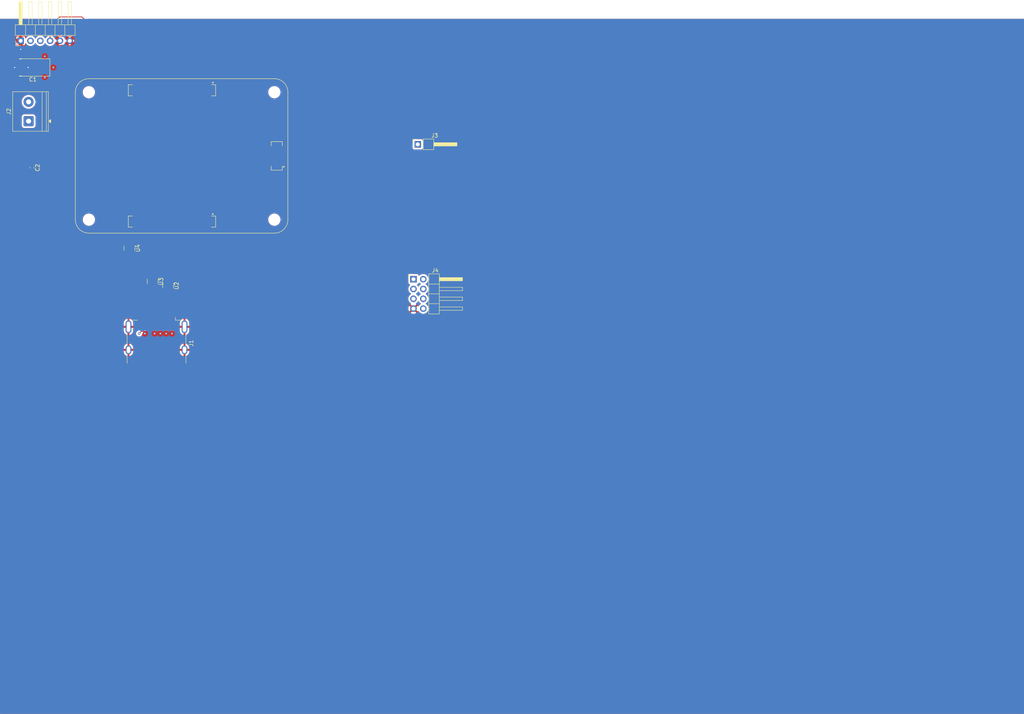
<source format=kicad_pcb>
(kicad_pcb (version 20241229) (generator "pcbnew") (generator_version "9.0")
  (layers (0 "F.Cu" signal) (4 "In1.Cu" signal "GND") (6 "In2.Cu" signal "VCC") (2 "B.Cu" signal) (13 "F.Paste" user) (15 "B.Paste" user) (5 "F.SilkS" user "F.Silkscreen") (7 "B.SilkS" user "B.Silkscreen") (1 "F.Mask" user) (3 "B.Mask" user) (25 "Edge.Cuts" user))
  (net 0 "")
  (net 1 "GND")
  (net 2 "+5V")
  (net 4 "/Power/SCL")
  (net 8 "/Power/INT")
  (net 9 "/Power/SDA")
  (net 10 "+3.3V")
  (net 11 "/JP1/EN")
  (net 18 "/JP2/HDMI0_CLK_P")
  (net 21 "/JP2/HDMI0_D2_P")
  (net 50 "/JP2/HDMI0_D2_N")
  (net 61 "/JP2/HDMI0_D1_N")
  (net 111 "/JP2/HDMI0_D1_P")
  (net 120 "/JP2/HDMI0_CLK_N")
  (net 146 "/JP2/HDMI0_D0_P")
  (net 166 "/JP2/HDMI0_D0_N")
  (net 177 "/JP2/HDMI0_D1_IN_P")
  (net 178 "/JP2/HDMI0_D2_IN_P")
  (net 179 "/JP2/HDMI0_D1_IN_N")
  (net 180 "/JP2/HDMI0_D2_IN_N")
  (net 181 "/JP2/HDMI0_CLK_IN_N")
  (net 182 "/JP2/HDMI0_D0_IN_N")
  (net 183 "/JP2/HDMI0_CLK_IN_P")
  (net 184 "/JP2/HDMI0_D0_IN_P")
  (net 185 "Net-(U4-VSS-Pad3)")
  (net 186 "/JP2/HDMI0_SDA_IN")
  (net 187 "/JP2/HDMI0_SCL_IN")
  (net 188 "/JP2/HDMI0_CEC_IN")
  (net 189 "/JP2/HDMI0_HPD_IN")
  (net 191 "/JP2/HDMI0_SDA")
  (net 192 "/JP2/HDMI0_SCL")
  (net 193 "/JP2/HDMI0_HPD")
  (net 194 "/JP2/HDMI0_CEC")
  (net 196 "/Power/POWER_5V")
  (net 197 "/Power/POWER_GND")
  (footprint "Package_DFN_QFN:Diodes_UDFN-10_1x2.5mm_P0.5mm" (layer "F.Cu") (at 48.5 74.3875 -90)
    (property "Reference" "U4" (at 0 -2.2 90) (layer "F.SilkS"))
    (property "Value" "ESD224DQA")
    (pad "1" smd roundrect (at -0.3875 -1 270) (size 0.625 0.25) (layers "F.Cu" "F.Mask" "F.Paste") (net 194 "/JP2/HDMI0_CEC"))
    (pad "2" smd roundrect (at -0.3875 -0.5 270) (size 0.625 0.25) (layers "F.Cu" "F.Mask" "F.Paste") (net 192 "/JP2/HDMI0_SCL"))
    (pad "3" smd roundrect (at -0.35 0 270) (size 0.7 0.45) (layers "F.Cu" "F.Mask" "F.Paste") (net 185 "Net-(U4-VSS-Pad3)"))
    (pad "4" smd roundrect (at -0.3875 0.5 270) (size 0.625 0.25) (layers "F.Cu" "F.Mask" "F.Paste") (net 191 "/JP2/HDMI0_SDA"))
    (pad "5" smd roundrect (at -0.3875 1 270) (size 0.625 0.25) (layers "F.Cu" "F.Mask" "F.Paste") (net 193 "/JP2/HDMI0_HPD"))
    (pad "6" smd roundrect (at 0.3875 1 270) (size 0.625 0.25) (layers "F.Cu" "F.Mask" "F.Paste") (net 189 "/JP2/HDMI0_HPD_IN"))
    (pad "7" smd roundrect (at 0.3875 0.5 270) (size 0.625 0.25) (layers "F.Cu" "F.Mask" "F.Paste") (net 186 "/JP2/HDMI0_SDA_IN"))
    (pad "8" smd roundrect (at 0.4125 0 270) (size 0.575 0.45) (layers "F.Cu" "F.Mask" "F.Paste") (net 185 "Net-(U4-VSS-Pad3)"))
    (pad "9" smd roundrect (at 0.3875 -0.5 270) (size 0.625 0.25) (layers "F.Cu" "F.Mask" "F.Paste") (net 187 "/JP2/HDMI0_SCL_IN"))
    (pad "10" smd roundrect (at 0.3875 -1 270) (size 0.625 0.25) (layers "F.Cu" "F.Mask" "F.Paste") (net 188 "/JP2/HDMI0_CEC_IN"))
  )
  (footprint "Connector_Video:HDMI_A_Molex_208658-1001_Horizontal" (layer "F.Cu") (at 55.5 97.28 -90)
    (property "Reference" "J1" (at 1.715 -9 90) (layer "F.SilkS"))
    (property "Value" "HDMI_A_1.4")
    (pad "1" smd rect (at -3.285 -4.5 270) (size 2.6 0.3) (layers "F.Cu" "F.Mask" "F.Paste") (net 178 "/JP2/HDMI0_D2_IN_P"))
    (pad "2" smd rect (at -3.285 -4 270) (size 2.6 0.3) (layers "F.Cu" "F.Mask" "F.Paste") (net 1 "GND"))
    (pad "3" smd rect (at -3.285 -3.5 270) (size 2.6 0.3) (layers "F.Cu" "F.Mask" "F.Paste") (net 180 "/JP2/HDMI0_D2_IN_N"))
    (pad "4" smd rect (at -3.285 -3 270) (size 2.6 0.3) (layers "F.Cu" "F.Mask" "F.Paste") (net 177 "/JP2/HDMI0_D1_IN_P"))
    (pad "5" smd rect (at -3.285 -2.5 270) (size 2.6 0.3) (layers "F.Cu" "F.Mask" "F.Paste") (net 1 "GND"))
    (pad "6" smd rect (at -3.285 -2 270) (size 2.6 0.3) (layers "F.Cu" "F.Mask" "F.Paste") (net 179 "/JP2/HDMI0_D1_IN_N"))
    (pad "7" smd rect (at -3.285 -1.5 270) (size 2.6 0.3) (layers "F.Cu" "F.Mask" "F.Paste") (net 184 "/JP2/HDMI0_D0_IN_P"))
    (pad "8" smd rect (at -3.285 -1 270) (size 2.6 0.3) (layers "F.Cu" "F.Mask" "F.Paste") (net 1 "GND"))
    (pad "9" smd rect (at -3.285 -0.5 270) (size 2.6 0.3) (layers "F.Cu" "F.Mask" "F.Paste") (net 182 "/JP2/HDMI0_D0_IN_N"))
    (pad "10" smd rect (at -3.285 0 270) (size 2.6 0.3) (layers "F.Cu" "F.Mask" "F.Paste") (net 183 "/JP2/HDMI0_CLK_IN_P"))
    (pad "11" smd rect (at -3.285 0.5 270) (size 2.6 0.3) (layers "F.Cu" "F.Mask" "F.Paste") (net 1 "GND"))
    (pad "12" smd rect (at -3.285 1 270) (size 2.6 0.3) (layers "F.Cu" "F.Mask" "F.Paste") (net 181 "/JP2/HDMI0_CLK_IN_N"))
    (pad "13" smd rect (at -3.285 1.5 270) (size 2.6 0.3) (layers "F.Cu" "F.Mask" "F.Paste") (net 188 "/JP2/HDMI0_CEC_IN"))
    (pad "14" smd rect (at -3.285 2 270) (size 2.6 0.3) (layers "F.Cu" "F.Mask" "F.Paste"))
    (pad "15" smd rect (at -3.285 2.5 270) (size 2.6 0.3) (layers "F.Cu" "F.Mask" "F.Paste") (net 187 "/JP2/HDMI0_SCL_IN"))
    (pad "16" smd rect (at -3.285 3 270) (size 2.6 0.3) (layers "F.Cu" "F.Mask" "F.Paste") (net 186 "/JP2/HDMI0_SDA_IN"))
    (pad "17" smd rect (at -3.285 3.5 270) (size 2.6 0.3) (layers "F.Cu" "F.Mask" "F.Paste") (net 1 "GND"))
    (pad "18" smd rect (at -3.285 4 270) (size 2.6 0.3) (layers "F.Cu" "F.Mask" "F.Paste") (net 2 "+5V"))
    (pad "19" smd rect (at -3.285 4.5 270) (size 2.6 0.3) (layers "F.Cu" "F.Mask" "F.Paste") (net 189 "/JP2/HDMI0_HPD_IN"))
    (pad "SH" thru_hole oval (at -2.525 -7.25 270) (size 3.3 1.5) (drill oval 2.7 0.9) (layers "*.Cu" "*.Mask") (net 1 "GND"))
    (pad "SH" thru_hole oval (at -2.525 7.25 270) (size 3.3 1.5) (drill oval 2.7 0.9) (layers "*.Cu" "*.Mask") (net 1 "GND"))
    (pad "SH" thru_hole oval (at 3.435 -7.25 270) (size 2.3 1.5) (drill oval 1.7 0.9) (layers "*.Cu" "*.Mask") (net 1 "GND"))
    (pad "SH" thru_hole oval (at 3.435 7.25 270) (size 2.3 1.5) (drill oval 1.7 0.9) (layers "*.Cu" "*.Mask") (net 1 "GND"))
  )
  (footprint "Package_DFN_QFN:Diodes_UDFN-10_1x2.5mm_P0.5mm" (layer "F.Cu") (at 54.5 83 -90)
    (property "Reference" "U3" (at 0 -2.2 90) (layer "F.SilkS"))
    (property "Value" "ESD224DQA")
    (pad "1" smd roundrect (at -0.3875 -1 270) (size 0.625 0.25) (layers "F.Cu" "F.Mask" "F.Paste") (net 146 "/JP2/HDMI0_D0_P"))
    (pad "2" smd roundrect (at -0.3875 -0.5 270) (size 0.625 0.25) (layers "F.Cu" "F.Mask" "F.Paste") (net 166 "/JP2/HDMI0_D0_N"))
    (pad "3" smd roundrect (at -0.35 0 270) (size 0.7 0.45) (layers "F.Cu" "F.Mask" "F.Paste") (net 1 "GND"))
    (pad "4" smd roundrect (at -0.3875 0.5 270) (size 0.625 0.25) (layers "F.Cu" "F.Mask" "F.Paste") (net 18 "/JP2/HDMI0_CLK_P"))
    (pad "5" smd roundrect (at -0.3875 1 270) (size 0.625 0.25) (layers "F.Cu" "F.Mask" "F.Paste") (net 120 "/JP2/HDMI0_CLK_N"))
    (pad "6" smd roundrect (at 0.3875 1 270) (size 0.625 0.25) (layers "F.Cu" "F.Mask" "F.Paste") (net 181 "/JP2/HDMI0_CLK_IN_N"))
    (pad "7" smd roundrect (at 0.3875 0.5 270) (size 0.625 0.25) (layers "F.Cu" "F.Mask" "F.Paste") (net 183 "/JP2/HDMI0_CLK_IN_P"))
    (pad "8" smd roundrect (at 0.4125 0 270) (size 0.575 0.45) (layers "F.Cu" "F.Mask" "F.Paste") (net 1 "GND"))
    (pad "9" smd roundrect (at 0.3875 -0.5 270) (size 0.625 0.25) (layers "F.Cu" "F.Mask" "F.Paste") (net 182 "/JP2/HDMI0_D0_IN_N"))
    (pad "10" smd roundrect (at 0.3875 -1 270) (size 0.625 0.25) (layers "F.Cu" "F.Mask" "F.Paste") (net 184 "/JP2/HDMI0_D0_IN_P"))
  )
  (footprint "TerminalBlock_Phoenix:TerminalBlock_Phoenix_PT-1,5-2-5.0-H_1x02_P5.00mm_Horizontal" (layer "F.Cu") (at 22.4 41.5 90)
    (property "Reference" "J2" (at 2.5 -5.12 90) (layer "F.SilkS"))
    (property "Value" "Conn_01x02_Pin")
    (pad "1" thru_hole roundrect (at 0 0 90) (size 2.6 2.6) (drill 1.3) (layers "*.Cu" "*.Mask") (roundrect_rratio 0.096154) (net 2 "+5V"))
    (pad "2" thru_hole circle (at 5 0 90) (size 2.6 2.6) (drill 1.3) (layers "*.Cu" "*.Mask") (net 197 "/Power/POWER_GND"))
  )
  (footprint "Capacitor_Tantalum_SMD:CP_EIA-7343-31_Kemet-D" (layer "F.Cu") (at 23.5 27.6 180)
    (property "Reference" "C1" (at 0 -3.1 0) (layer "F.SilkS"))
    (property "Value" "470µF")
    (pad "1" smd roundrect (at -3.12 0 180) (size 2.07 2.59) (layers "F.Cu" "F.Mask" "F.Paste") (roundrect_rratio 0.120773) (net 196 "/Power/POWER_5V"))
    (pad "2" smd roundrect (at 3.12 0 180) (size 2.07 2.59) (layers "F.Cu" "F.Mask" "F.Paste") (roundrect_rratio 0.120773) (net 197 "/Power/POWER_GND"))
  )
  (footprint "Connector_PinHeader_2.54mm:PinHeader_1x06_P2.54mm_Horizontal" (layer "F.Cu") (at 20.35 20.685 90)
    (property "Reference" "J5" (hide yes))
    (property "Value" "Conn_01x06" (hide yes))
    (pad "1" thru_hole rect (at 0 0 90) (size 1.7 1.7) (drill 1) (layers "*.Cu" "*.Mask") (net 197 "/Power/POWER_GND"))
    (pad "2" thru_hole circle (at 0 2.54 90) (size 1.7 1.7) (drill 1) (layers "*.Cu" "*.Mask"))
    (pad "3" thru_hole circle (at 0 5.08 90) (size 1.7 1.7) (drill 1) (layers "*.Cu" "*.Mask"))
    (pad "4" thru_hole circle (at 0 7.62 90) (size 1.7 1.7) (drill 1) (layers "*.Cu" "*.Mask") (net 11 "/JP1/EN"))
    (pad "5" thru_hole circle (at 0 10.16 90) (size 1.7 1.7) (drill 1) (layers "*.Cu" "*.Mask") (net 197 "/Power/POWER_GND"))
    (pad "6" thru_hole circle (at 0 12.7 90) (size 1.7 1.7) (drill 1) (layers "*.Cu" "*.Mask") (net 196 "/Power/POWER_5V"))
  )
  (footprint "Package_DFN_QFN:Diodes_UDFN-10_1x2.5mm_P0.5mm" (layer "F.Cu") (at 58.5 84.1125 -90)
    (property "Reference" "U2" (at 0 -2.2 90) (layer "F.SilkS"))
    (property "Value" "ESD224DQA")
    (pad "1" smd roundrect (at -0.3875 -1 270) (size 0.625 0.25) (layers "F.Cu" "F.Mask" "F.Paste") (net 21 "/JP2/HDMI0_D2_P"))
    (pad "2" smd roundrect (at -0.3875 -0.5 270) (size 0.625 0.25) (layers "F.Cu" "F.Mask" "F.Paste") (net 50 "/JP2/HDMI0_D2_N"))
    (pad "3" smd roundrect (at -0.35 0 270) (size 0.7 0.45) (layers "F.Cu" "F.Mask" "F.Paste") (net 1 "GND"))
    (pad "4" smd roundrect (at -0.3875 0.5 270) (size 0.625 0.25) (layers "F.Cu" "F.Mask" "F.Paste") (net 111 "/JP2/HDMI0_D1_P"))
    (pad "5" smd roundrect (at -0.3875 1 270) (size 0.625 0.25) (layers "F.Cu" "F.Mask" "F.Paste") (net 61 "/JP2/HDMI0_D1_N"))
    (pad "6" smd roundrect (at 0.3875 1 270) (size 0.625 0.25) (layers "F.Cu" "F.Mask" "F.Paste") (net 179 "/JP2/HDMI0_D1_IN_N"))
    (pad "7" smd roundrect (at 0.3875 0.5 270) (size 0.625 0.25) (layers "F.Cu" "F.Mask" "F.Paste") (net 177 "/JP2/HDMI0_D1_IN_P"))
    (pad "8" smd roundrect (at 0.4125 0 270) (size 0.575 0.45) (layers "F.Cu" "F.Mask" "F.Paste") (net 1 "GND"))
    (pad "9" smd roundrect (at 0.3875 -0.5 270) (size 0.625 0.25) (layers "F.Cu" "F.Mask" "F.Paste") (net 180 "/JP2/HDMI0_D2_IN_N"))
    (pad "10" smd roundrect (at 0.3875 -1 270) (size 0.625 0.25) (layers "F.Cu" "F.Mask" "F.Paste") (net 178 "/JP2/HDMI0_D2_IN_P"))
  )
  (footprint "Footprint:OCM4" (layer "F.Cu") (at 62 50.5)
    (property "Reference" "U1" (hide yes))
    (property "Value" "ORANGE_PI_CM4")
    (pad "" np_thru_hole circle (at -24 -16.5) (size 2.7 2.7) (drill 2.7) (layers "*.Cu" "*.Mask"))
    (pad "" np_thru_hole circle (at -24 16.5) (size 2.7 2.7) (drill 2.7) (layers "*.Cu" "*.Mask"))
    (pad "" np_thru_hole circle (at 24 -16.5) (size 2.7 2.7) (drill 2.7) (layers "*.Cu" "*.Mask"))
    (pad "" np_thru_hole circle (at 24 16.5) (size 2.7 2.7) (drill 2.7) (layers "*.Cu" "*.Mask"))
    (pad "JP1_1" smd rect (at 7.3 -18.54) (size 0.2 0.7) (layers "F.Cu" "F.Mask") (net 1 "GND"))
    (pad "JP1_2" smd rect (at 7.3 -15.46) (size 0.2 0.7) (layers "F.Cu" "F.Mask") (net 1 "GND"))
    (pad "JP1_3" smd rect (at 6.9 -18.54) (size 0.2 0.7) (layers "F.Cu" "F.Mask"))
    (pad "JP1_4" smd rect (at 6.9 -15.46) (size 0.2 0.7) (layers "F.Cu" "F.Mask"))
    (pad "JP1_5" smd rect (at 6.5 -18.54) (size 0.2 0.7) (layers "F.Cu" "F.Mask"))
    (pad "JP1_6" smd rect (at 6.5 -15.46) (size 0.2 0.7) (layers "F.Cu" "F.Mask"))
    (pad "JP1_7" smd rect (at 6.1 -18.54) (size 0.2 0.7) (layers "F.Cu" "F.Mask") (net 1 "GND"))
    (pad "JP1_8" smd rect (at 6.1 -15.46) (size 0.2 0.7) (layers "F.Cu" "F.Mask") (net 1 "GND"))
    (pad "JP1_9" smd rect (at 5.7 -18.54) (size 0.2 0.7) (layers "F.Cu" "F.Mask"))
    (pad "JP1_10" smd rect (at 5.7 -15.46) (size 0.2 0.7) (layers "F.Cu" "F.Mask"))
    (pad "JP1_11" smd rect (at 5.3 -18.54) (size 0.2 0.7) (layers "F.Cu" "F.Mask"))
    (pad "JP1_12" smd rect (at 5.3 -15.46) (size 0.2 0.7) (layers "F.Cu" "F.Mask"))
    (pad "JP1_13" smd rect (at 4.9 -18.54) (size 0.2 0.7) (layers "F.Cu" "F.Mask") (net 1 "GND"))
    (pad "JP1_14" smd rect (at 4.9 -15.46) (size 0.2 0.7) (layers "F.Cu" "F.Mask") (net 1 "GND"))
    (pad "JP1_15" smd rect (at 4.5 -18.54) (size 0.2 0.7) (layers "F.Cu" "F.Mask"))
    (pad "JP1_16" smd rect (at 4.5 -15.46) (size 0.2 0.7) (layers "F.Cu" "F.Mask"))
    (pad "JP1_17" smd rect (at 4.1 -18.54) (size 0.2 0.7) (layers "F.Cu" "F.Mask"))
    (pad "JP1_18" smd rect (at 4.1 -15.46) (size 0.2 0.7) (layers "F.Cu" "F.Mask"))
    (pad "JP1_19" smd rect (at 3.7 -18.54) (size 0.2 0.7) (layers "F.Cu" "F.Mask"))
    (pad "JP1_20" smd rect (at 3.7 -15.46) (size 0.2 0.7) (layers "F.Cu" "F.Mask"))
    (pad "JP1_21" smd rect (at 3.3 -18.54) (size 0.2 0.7) (layers "F.Cu" "F.Mask"))
    (pad "JP1_22" smd rect (at 3.3 -15.46) (size 0.2 0.7) (layers "F.Cu" "F.Mask") (net 1 "GND"))
    (pad "JP1_23" smd rect (at 2.9 -18.54) (size 0.2 0.7) (layers "F.Cu" "F.Mask") (net 1 "GND"))
    (pad "JP1_24" smd rect (at 2.9 -15.46) (size 0.2 0.7) (layers "F.Cu" "F.Mask"))
    (pad "JP1_25" smd rect (at 2.5 -18.54) (size 0.2 0.7) (layers "F.Cu" "F.Mask"))
    (pad "JP1_26" smd rect (at 2.5 -15.46) (size 0.2 0.7) (layers "F.Cu" "F.Mask"))
    (pad "JP1_27" smd rect (at 2.1 -18.54) (size 0.2 0.7) (layers "F.Cu" "F.Mask"))
    (pad "JP1_28" smd rect (at 2.1 -15.46) (size 0.2 0.7) (layers "F.Cu" "F.Mask"))
    (pad "JP1_29" smd rect (at 1.7 -18.54) (size 0.2 0.7) (layers "F.Cu" "F.Mask"))
    (pad "JP1_30" smd rect (at 1.7 -15.46) (size 0.2 0.7) (layers "F.Cu" "F.Mask"))
    (pad "JP1_31" smd rect (at 1.3 -18.54) (size 0.2 0.7) (layers "F.Cu" "F.Mask"))
    (pad "JP1_32" smd rect (at 1.3 -15.46) (size 0.2 0.7) (layers "F.Cu" "F.Mask") (net 1 "GND"))
    (pad "JP1_33" smd rect (at 0.9 -18.54) (size 0.2 0.7) (layers "F.Cu" "F.Mask") (net 1 "GND"))
    (pad "JP1_34" smd rect (at 0.9 -15.46) (size 0.2 0.7) (layers "F.Cu" "F.Mask"))
    (pad "JP1_35" smd rect (at 0.5 -18.54) (size 0.2 0.7) (layers "F.Cu" "F.Mask"))
    (pad "JP1_36" smd rect (at 0.5 -15.46) (size 0.2 0.7) (layers "F.Cu" "F.Mask"))
    (pad "JP1_37" smd rect (at 0.1 -18.54) (size 0.2 0.7) (layers "F.Cu" "F.Mask"))
    (pad "JP1_38" smd rect (at 0.1 -15.46) (size 0.2 0.7) (layers "F.Cu" "F.Mask"))
    (pad "JP1_39" smd rect (at -0.3 -18.54) (size 0.2 0.7) (layers "F.Cu" "F.Mask"))
    (pad "JP1_40" smd rect (at -0.3 -15.46) (size 0.2 0.7) (layers "F.Cu" "F.Mask"))
    (pad "JP1_41" smd rect (at -0.7 -18.54) (size 0.2 0.7) (layers "F.Cu" "F.Mask"))
    (pad "JP1_42" smd rect (at -0.7 -15.46) (size 0.2 0.7) (layers "F.Cu" "F.Mask") (net 1 "GND"))
    (pad "JP1_43" smd rect (at -1.1 -18.54) (size 0.2 0.7) (layers "F.Cu" "F.Mask") (net 1 "GND"))
    (pad "JP1_44" smd rect (at -1.1 -15.46) (size 0.2 0.7) (layers "F.Cu" "F.Mask"))
    (pad "JP1_45" smd rect (at -1.5 -18.54) (size 0.2 0.7) (layers "F.Cu" "F.Mask"))
    (pad "JP1_46" smd rect (at -1.5 -15.46) (size 0.2 0.7) (layers "F.Cu" "F.Mask"))
    (pad "JP1_47" smd rect (at -1.9 -18.54) (size 0.2 0.7) (layers "F.Cu" "F.Mask"))
    (pad "JP1_48" smd rect (at -1.9 -15.46) (size 0.2 0.7) (layers "F.Cu" "F.Mask"))
    (pad "JP1_49" smd rect (at -2.3 -18.54) (size 0.2 0.7) (layers "F.Cu" "F.Mask"))
    (pad "JP1_50" smd rect (at -2.3 -15.46) (size 0.2 0.7) (layers "F.Cu" "F.Mask"))
    (pad "JP1_51" smd rect (at -2.7 -18.54) (size 0.2 0.7) (layers "F.Cu" "F.Mask"))
    (pad "JP1_52" smd rect (at -2.7 -15.46) (size 0.2 0.7) (layers "F.Cu" "F.Mask") (net 1 "GND"))
    (pad "JP1_53" smd rect (at -3.1 -18.54) (size 0.2 0.7) (layers "F.Cu" "F.Mask") (net 1 "GND"))
    (pad "JP1_54" smd rect (at -3.1 -15.46) (size 0.2 0.7) (layers "F.Cu" "F.Mask"))
    (pad "JP1_55" smd rect (at -3.5 -18.54) (size 0.2 0.7) (layers "F.Cu" "F.Mask"))
    (pad "JP1_56" smd rect (at -3.5 -15.46) (size 0.2 0.7) (layers "F.Cu" "F.Mask"))
    (pad "JP1_57" smd rect (at -3.9 -18.54) (size 0.2 0.7) (layers "F.Cu" "F.Mask"))
    (pad "JP1_58" smd rect (at -3.9 -15.46) (size 0.2 0.7) (layers "F.Cu" "F.Mask"))
    (pad "JP1_59" smd rect (at -4.3 -18.54) (size 0.2 0.7) (layers "F.Cu" "F.Mask") (net 1 "GND"))
    (pad "JP1_60" smd rect (at -4.3 -15.46) (size 0.2 0.7) (layers "F.Cu" "F.Mask") (net 1 "GND"))
    (pad "JP1_61" smd rect (at -4.7 -18.54) (size 0.2 0.7) (layers "F.Cu" "F.Mask"))
    (pad "JP1_62" smd rect (at -4.7 -15.46) (size 0.2 0.7) (layers "F.Cu" "F.Mask"))
    (pad "JP1_63" smd rect (at -5.1 -18.54) (size 0.2 0.7) (layers "F.Cu" "F.Mask"))
    (pad "JP1_64" smd rect (at -5.1 -15.46) (size 0.2 0.7) (layers "F.Cu" "F.Mask"))
    (pad "JP1_65" smd rect (at -5.5 -18.54) (size 0.2 0.7) (layers "F.Cu" "F.Mask") (net 1 "GND"))
    (pad "JP1_66" smd rect (at -5.5 -15.46) (size 0.2 0.7) (layers "F.Cu" "F.Mask") (net 1 "GND"))
    (pad "JP1_67" smd rect (at -5.9 -18.54) (size 0.2 0.7) (layers "F.Cu" "F.Mask"))
    (pad "JP1_68" smd rect (at -5.9 -15.46) (size 0.2 0.7) (layers "F.Cu" "F.Mask"))
    (pad "JP1_69" smd rect (at -6.3 -18.54) (size 0.2 0.7) (layers "F.Cu" "F.Mask"))
    (pad "JP1_70" smd rect (at -6.3 -15.46) (size 0.2 0.7) (layers "F.Cu" "F.Mask"))
    (pad "JP1_71" smd rect (at -6.7 -18.54) (size 0.2 0.7) (layers "F.Cu" "F.Mask") (net 1 "GND"))
    (pad "JP1_72" smd rect (at -6.7 -15.46) (size 0.2 0.7) (layers "F.Cu" "F.Mask"))
    (pad "JP1_73" smd rect (at -7.1 -18.54) (size 0.2 0.7) (layers "F.Cu" "F.Mask"))
    (pad "JP1_74" smd rect (at -7.1 -15.46) (size 0.2 0.7) (layers "F.Cu" "F.Mask") (net 1 "GND"))
    (pad "JP1_75" smd rect (at -7.5 -18.54) (size 0.2 0.7) (layers "F.Cu" "F.Mask"))
    (pad "JP1_76" smd rect (at -7.5 -15.46) (size 0.2 0.7) (layers "F.Cu" "F.Mask"))
    (pad "JP1_77" smd rect (at -7.9 -18.54) (size 0.2 0.7) (layers "F.Cu" "F.Mask") (net 2 "+5V"))
    (pad "JP1_78" smd rect (at -7.9 -15.46) (size 0.2 0.7) (layers "F.Cu" "F.Mask"))
    (pad "JP1_79" smd rect (at -8.3 -18.54) (size 0.2 0.7) (layers "F.Cu" "F.Mask") (net 2 "+5V"))
    (pad "JP1_80" smd rect (at -8.3 -15.46) (size 0.2 0.7) (layers "F.Cu" "F.Mask"))
    (pad "JP1_81" smd rect (at -8.7 -18.54) (size 0.2 0.7) (layers "F.Cu" "F.Mask") (net 2 "+5V"))
    (pad "JP1_82" smd rect (at -8.7 -15.46) (size 0.2 0.7) (layers "F.Cu" "F.Mask"))
    (pad "JP1_83" smd rect (at -9.1 -18.54) (size 0.2 0.7) (layers "F.Cu" "F.Mask") (net 2 "+5V"))
    (pad "JP1_84" smd rect (at -9.1 -15.46) (size 0.2 0.7) (layers "F.Cu" "F.Mask"))
    (pad "JP1_85" smd rect (at -9.5 -18.54) (size 0.2 0.7) (layers "F.Cu" "F.Mask") (net 2 "+5V"))
    (pad "JP1_86" smd rect (at -9.5 -15.46) (size 0.2 0.7) (layers "F.Cu" "F.Mask"))
    (pad "JP1_87" smd rect (at -9.9 -18.54) (size 0.2 0.7) (layers "F.Cu" "F.Mask") (net 2 "+5V"))
    (pad "JP1_88" smd rect (at -9.9 -15.46) (size 0.2 0.7) (layers "F.Cu" "F.Mask"))
    (pad "JP1_89" smd rect (at -10.3 -18.54) (size 0.2 0.7) (layers "F.Cu" "F.Mask"))
    (pad "JP1_90" smd rect (at -10.3 -15.46) (size 0.2 0.7) (layers "F.Cu" "F.Mask"))
    (pad "JP1_91" smd rect (at -10.7 -18.54) (size 0.2 0.7) (layers "F.Cu" "F.Mask"))
    (pad "JP1_92" smd rect (at -10.7 -15.46) (size 0.2 0.7) (layers "F.Cu" "F.Mask"))
    (pad "JP1_93" smd rect (at -11.1 -18.54) (size 0.2 0.7) (layers "F.Cu" "F.Mask"))
    (pad "JP1_94" smd rect (at -11.1 -15.46) (size 0.2 0.7) (layers "F.Cu" "F.Mask"))
    (pad "JP1_95" smd rect (at -11.5 -18.54) (size 0.2 0.7) (layers "F.Cu" "F.Mask"))
    (pad "JP1_96" smd rect (at -11.5 -15.46) (size 0.2 0.7) (layers "F.Cu" "F.Mask"))
    (pad "JP1_97" smd rect (at -11.9 -18.54) (size 0.2 0.7) (layers "F.Cu" "F.Mask"))
    (pad "JP1_98" smd rect (at -11.9 -15.46) (size 0.2 0.7) (layers "F.Cu" "F.Mask") (net 1 "GND"))
    (pad "JP1_99" smd rect (at -12.3 -18.54) (size 0.2 0.7) (layers "F.Cu" "F.Mask") (net 11 "/JP1/EN"))
    (pad "JP1_100" smd rect (at -12.3 -15.46) (size 0.2 0.7) (layers "F.Cu" "F.Mask"))
    (pad "JP2_1" smd rect (at 7.3 15.46) (size 0.2 0.7) (layers "F.Cu" "F.Mask"))
    (pad "JP2_2" smd rect (at 7.3 18.54) (size 0.2 0.7) (layers "F.Cu" "F.Mask"))
    (pad "JP2_3" smd rect (at 6.9 15.46) (size 0.2 0.7) (layers "F.Cu" "F.Mask"))
    (pad "JP2_4" smd rect (at 6.9 18.54) (size 0.2 0.7) (layers "F.Cu" "F.Mask"))
    (pad "JP2_5" smd rect (at 6.5 15.46) (size 0.2 0.7) (layers "F.Cu" "F.Mask"))
    (pad "JP2_6" smd rect (at 6.5 18.54) (size 0.2 0.7) (layers "F.Cu" "F.Mask"))
    (pad "JP2_7" smd rect (at 6.1 15.46) (size 0.2 0.7) (layers "F.Cu" "F.Mask") (net 1 "GND"))
    (pad "JP2_8" smd rect (at 6.1 18.54) (size 0.2 0.7) (layers "F.Cu" "F.Mask") (net 1 "GND"))
    (pad "JP2_9" smd rect (at 5.7 15.46) (size 0.2 0.7) (layers "F.Cu" "F.Mask"))
    (pad "JP2_10" smd rect (at 5.7 18.54) (size 0.2 0.7) (layers "F.Cu" "F.Mask"))
    (pad "JP2_11" smd rect (at 5.3 15.46) (size 0.2 0.7) (layers "F.Cu" "F.Mask"))
    (pad "JP2_12" smd rect (at 5.3 18.54) (size 0.2 0.7) (layers "F.Cu" "F.Mask"))
    (pad "JP2_13" smd rect (at 4.9 15.46) (size 0.2 0.7) (layers "F.Cu" "F.Mask") (net 1 "GND"))
    (pad "JP2_14" smd rect (at 4.9 18.54) (size 0.2 0.7) (layers "F.Cu" "F.Mask") (net 1 "GND"))
    (pad "JP2_15" smd rect (at 4.5 15.46) (size 0.2 0.7) (layers "F.Cu" "F.Mask"))
    (pad "JP2_16" smd rect (at 4.5 18.54) (size 0.2 0.7) (layers "F.Cu" "F.Mask"))
    (pad "JP2_17" smd rect (at 4.1 15.46) (size 0.2 0.7) (layers "F.Cu" "F.Mask"))
    (pad "JP2_18" smd rect (at 4.1 18.54) (size 0.2 0.7) (layers "F.Cu" "F.Mask"))
    (pad "JP2_19" smd rect (at 3.7 15.46) (size 0.2 0.7) (layers "F.Cu" "F.Mask") (net 1 "GND"))
    (pad "JP2_20" smd rect (at 3.7 18.54) (size 0.2 0.7) (layers "F.Cu" "F.Mask") (net 1 "GND"))
    (pad "JP2_21" smd rect (at 3.3 15.46) (size 0.2 0.7) (layers "F.Cu" "F.Mask"))
    (pad "JP2_22" smd rect (at 3.3 18.54) (size 0.2 0.7) (layers "F.Cu" "F.Mask"))
    (pad "JP2_23" smd rect (at 2.9 15.46) (size 0.2 0.7) (layers "F.Cu" "F.Mask"))
    (pad "JP2_24" smd rect (at 2.9 18.54) (size 0.2 0.7) (layers "F.Cu" "F.Mask"))
    (pad "JP2_25" smd rect (at 2.5 15.46) (size 0.2 0.7) (layers "F.Cu" "F.Mask") (net 1 "GND"))
    (pad "JP2_26" smd rect (at 2.5 18.54) (size 0.2 0.7) (layers "F.Cu" "F.Mask") (net 1 "GND"))
    (pad "JP2_27" smd rect (at 2.1 15.46) (size 0.2 0.7) (layers "F.Cu" "F.Mask"))
    (pad "JP2_28" smd rect (at 2.1 18.54) (size 0.2 0.7) (layers "F.Cu" "F.Mask"))
    (pad "JP2_29" smd rect (at 1.7 15.46) (size 0.2 0.7) (layers "F.Cu" "F.Mask"))
    (pad "JP2_30" smd rect (at 1.7 18.54) (size 0.2 0.7) (layers "F.Cu" "F.Mask"))
    (pad "JP2_31" smd rect (at 1.3 15.46) (size 0.2 0.7) (layers "F.Cu" "F.Mask") (net 1 "GND"))
    (pad "JP2_32" smd rect (at 1.3 18.54) (size 0.2 0.7) (layers "F.Cu" "F.Mask") (net 1 "GND"))
    (pad "JP2_33" smd rect (at 0.9 15.46) (size 0.2 0.7) (layers "F.Cu" "F.Mask"))
    (pad "JP2_34" smd rect (at 0.9 18.54) (size 0.2 0.7) (layers "F.Cu" "F.Mask"))
    (pad "JP2_35" smd rect (at 0.5 15.46) (size 0.2 0.7) (layers "F.Cu" "F.Mask"))
    (pad "JP2_36" smd rect (at 0.5 18.54) (size 0.2 0.7) (layers "F.Cu" "F.Mask"))
    (pad "JP2_37" smd rect (at 0.1 15.46) (size 0.2 0.7) (layers "F.Cu" "F.Mask") (net 1 "GND"))
    (pad "JP2_38" smd rect (at 0.1 18.54) (size 0.2 0.7) (layers "F.Cu" "F.Mask") (net 1 "GND"))
    (pad "JP2_39" smd rect (at -0.3 15.46) (size 0.2 0.7) (layers "F.Cu" "F.Mask"))
    (pad "JP2_40" smd rect (at -0.3 18.54) (size 0.2 0.7) (layers "F.Cu" "F.Mask"))
    (pad "JP2_41" smd rect (at -0.7 15.46) (size 0.2 0.7) (layers "F.Cu" "F.Mask"))
    (pad "JP2_42" smd rect (at -0.7 18.54) (size 0.2 0.7) (layers "F.Cu" "F.Mask"))
    (pad "JP2_43" smd rect (at -1.1 15.46) (size 0.2 0.7) (layers "F.Cu" "F.Mask"))
    (pad "JP2_44" smd rect (at -1.1 18.54) (size 0.2 0.7) (layers "F.Cu" "F.Mask") (net 1 "GND"))
    (pad "JP2_45" smd rect (at -1.5 15.46) (size 0.2 0.7) (layers "F.Cu" "F.Mask"))
    (pad "JP2_46" smd rect (at -1.5 18.54) (size 0.2 0.7) (layers "F.Cu" "F.Mask"))
    (pad "JP2_47" smd rect (at -1.9 15.46) (size 0.2 0.7) (layers "F.Cu" "F.Mask"))
    (pad "JP2_48" smd rect (at -1.9 18.54) (size 0.2 0.7) (layers "F.Cu" "F.Mask"))
    (pad "JP2_49" smd rect (at -2.3 15.46) (size 0.2 0.7) (layers "F.Cu" "F.Mask"))
    (pad "JP2_50" smd rect (at -2.3 18.54) (size 0.2 0.7) (layers "F.Cu" "F.Mask") (net 1 "GND"))
    (pad "JP2_51" smd rect (at -2.7 15.46) (size 0.2 0.7) (layers "F.Cu" "F.Mask") (net 194 "/JP2/HDMI0_CEC"))
    (pad "JP2_52" smd rect (at -2.7 18.54) (size 0.2 0.7) (layers "F.Cu" "F.Mask"))
    (pad "JP2_53" smd rect (at -3.1 15.46) (size 0.2 0.7) (layers "F.Cu" "F.Mask") (net 193 "/JP2/HDMI0_HPD"))
    (pad "JP2_54" smd rect (at -3.1 18.54) (size 0.2 0.7) (layers "F.Cu" "F.Mask"))
    (pad "JP2_55" smd rect (at -3.5 15.46) (size 0.2 0.7) (layers "F.Cu" "F.Mask") (net 1 "GND"))
    (pad "JP2_56" smd rect (at -3.5 18.54) (size 0.2 0.7) (layers "F.Cu" "F.Mask") (net 1 "GND"))
    (pad "JP2_57" smd rect (at -3.9 15.46) (size 0.2 0.7) (layers "F.Cu" "F.Mask"))
    (pad "JP2_58" smd rect (at -3.9 18.54) (size 0.2 0.7) (layers "F.Cu" "F.Mask"))
    (pad "JP2_59" smd rect (at -4.3 15.46) (size 0.2 0.7) (layers "F.Cu" "F.Mask"))
    (pad "JP2_60" smd rect (at -4.3 18.54) (size 0.2 0.7) (layers "F.Cu" "F.Mask"))
    (pad "JP2_61" smd rect (at -4.7 15.46) (size 0.2 0.7) (layers "F.Cu" "F.Mask") (net 1 "GND"))
    (pad "JP2_62" smd rect (at -4.7 18.54) (size 0.2 0.7) (layers "F.Cu" "F.Mask") (net 1 "GND"))
    (pad "JP2_63" smd rect (at -5.1 15.46) (size 0.2 0.7) (layers "F.Cu" "F.Mask"))
    (pad "JP2_64" smd rect (at -5.1 18.54) (size 0.2 0.7) (layers "F.Cu" "F.Mask"))
    (pad "JP2_65" smd rect (at -5.5 15.46) (size 0.2 0.7) (layers "F.Cu" "F.Mask"))
    (pad "JP2_66" smd rect (at -5.5 18.54) (size 0.2 0.7) (layers "F.Cu" "F.Mask"))
    (pad "JP2_67" smd rect (at -5.9 15.46) (size 0.2 0.7) (layers "F.Cu" "F.Mask") (net 1 "GND"))
    (pad "JP2_68" smd rect (at -5.9 18.54) (size 0.2 0.7) (layers "F.Cu" "F.Mask") (net 1 "GND"))
    (pad "JP2_69" smd rect (at -6.3 15.46) (size 0.2 0.7) (layers "F.Cu" "F.Mask"))
    (pad "JP2_70" smd rect (at -6.3 18.54) (size 0.2 0.7) (layers "F.Cu" "F.Mask") (net 21 "/JP2/HDMI0_D2_P"))
    (pad "JP2_71" smd rect (at -6.7 15.46) (size 0.2 0.7) (layers "F.Cu" "F.Mask"))
    (pad "JP2_72" smd rect (at -6.7 18.54) (size 0.2 0.7) (layers "F.Cu" "F.Mask") (net 50 "/JP2/HDMI0_D2_N"))
    (pad "JP2_73" smd rect (at -7.1 15.46) (size 0.2 0.7) (layers "F.Cu" "F.Mask") (net 1 "GND"))
    (pad "JP2_74" smd rect (at -7.1 18.54) (size 0.2 0.7) (layers "F.Cu" "F.Mask") (net 1 "GND"))
    (pad "JP2_75" smd rect (at -7.5 15.46) (size 0.2 0.7) (layers "F.Cu" "F.Mask"))
    (pad "JP2_76" smd rect (at -7.5 18.54) (size 0.2 0.7) (layers "F.Cu" "F.Mask") (net 111 "/JP2/HDMI0_D1_P"))
    (pad "JP2_77" smd rect (at -7.9 15.46) (size 0.2 0.7) (layers "F.Cu" "F.Mask"))
    (pad "JP2_78" smd rect (at -7.9 18.54) (size 0.2 0.7) (layers "F.Cu" "F.Mask") (net 61 "/JP2/HDMI0_D1_N"))
    (pad "JP2_79" smd rect (at -8.3 15.46) (size 0.2 0.7) (layers "F.Cu" "F.Mask") (net 1 "GND"))
    (pad "JP2_80" smd rect (at -8.3 18.54) (size 0.2 0.7) (layers "F.Cu" "F.Mask") (net 1 "GND"))
    (pad "JP2_81" smd rect (at -8.7 15.46) (size 0.2 0.7) (layers "F.Cu" "F.Mask"))
    (pad "JP2_82" smd rect (at -8.7 18.54) (size 0.2 0.7) (layers "F.Cu" "F.Mask") (net 146 "/JP2/HDMI0_D0_P"))
    (pad "JP2_83" smd rect (at -9.1 15.46) (size 0.2 0.7) (layers "F.Cu" "F.Mask"))
    (pad "JP2_84" smd rect (at -9.1 18.54) (size 0.2 0.7) (layers "F.Cu" "F.Mask") (net 166 "/JP2/HDMI0_D0_N"))
    (pad "JP2_85" smd rect (at -9.5 15.46) (size 0.2 0.7) (layers "F.Cu" "F.Mask") (net 1 "GND"))
    (pad "JP2_86" smd rect (at -9.5 18.54) (size 0.2 0.7) (layers "F.Cu" "F.Mask") (net 1 "GND"))
    (pad "JP2_87" smd rect (at -9.9 15.46) (size 0.2 0.7) (layers "F.Cu" "F.Mask"))
    (pad "JP2_88" smd rect (at -9.9 18.54) (size 0.2 0.7) (layers "F.Cu" "F.Mask") (net 18 "/JP2/HDMI0_CLK_P"))
    (pad "JP2_89" smd rect (at -10.3 15.46) (size 0.2 0.7) (layers "F.Cu" "F.Mask"))
    (pad "JP2_90" smd rect (at -10.3 18.54) (size 0.2 0.7) (layers "F.Cu" "F.Mask") (net 120 "/JP2/HDMI0_CLK_N"))
    (pad "JP2_91" smd rect (at -10.7 15.46) (size 0.2 0.7) (layers "F.Cu" "F.Mask") (net 1 "GND"))
    (pad "JP2_92" smd rect (at -10.7 18.54) (size 0.2 0.7) (layers "F.Cu" "F.Mask") (net 1 "GND"))
    (pad "JP2_93" smd rect (at -11.1 15.46) (size 0.2 0.7) (layers "F.Cu" "F.Mask"))
    (pad "JP2_94" smd rect (at -11.1 18.54) (size 0.2 0.7) (layers "F.Cu" "F.Mask"))
    (pad "JP2_95" smd rect (at -11.5 15.46) (size 0.2 0.7) (layers "F.Cu" "F.Mask"))
    (pad "JP2_96" smd rect (at -11.5 18.54) (size 0.2 0.7) (layers "F.Cu" "F.Mask"))
    (pad "JP2_97" smd rect (at -11.9 15.46) (size 0.2 0.7) (layers "F.Cu" "F.Mask") (net 1 "GND"))
    (pad "JP2_98" smd rect (at -11.9 18.54) (size 0.2 0.7) (layers "F.Cu" "F.Mask") (net 1 "GND"))
    (pad "JP2_99" smd rect (at -12.3 15.46) (size 0.2 0.7) (layers "F.Cu" "F.Mask") (net 191 "/JP2/HDMI0_SDA"))
    (pad "JP2_100" smd rect (at -12.3 18.54) (size 0.2 0.7) (layers "F.Cu" "F.Mask") (net 192 "/JP2/HDMI0_SCL"))
    (pad "JP3_1" smd rect (at 26.14 2.2) (size 0.7 0.2) (layers "F.Cu" "F.Mask"))
    (pad "JP3_2" smd rect (at 23.06 2.2) (size 0.7 0.2) (layers "F.Cu" "F.Mask"))
    (pad "JP3_3" smd rect (at 26.14 1.8) (size 0.7 0.2) (layers "F.Cu" "F.Mask"))
    (pad "JP3_4" smd rect (at 23.06 1.8) (size 0.7 0.2) (layers "F.Cu" "F.Mask"))
    (pad "JP3_5" smd rect (at 26.14 1.4) (size 0.7 0.2) (layers "F.Cu" "F.Mask"))
    (pad "JP3_6" smd rect (at 23.06 1.4) (size 0.7 0.2) (layers "F.Cu" "F.Mask"))
    (pad "JP3_7" smd rect (at 26.14 1) (size 0.7 0.2) (layers "F.Cu" "F.Mask"))
    (pad "JP3_8" smd rect (at 23.06 1) (size 0.7 0.2) (layers "F.Cu" "F.Mask"))
    (pad "JP3_9" smd rect (at 26.14 0.6) (size 0.7 0.2) (layers "F.Cu" "F.Mask"))
    (pad "JP3_10" smd rect (at 23.06 0.6) (size 0.7 0.2) (layers "F.Cu" "F.Mask"))
    (pad "JP3_11" smd rect (at 26.14 0.2) (size 0.7 0.2) (layers "F.Cu" "F.Mask"))
    (pad "JP3_12" smd rect (at 23.06 0.2) (size 0.7 0.2) (layers "F.Cu" "F.Mask"))
    (pad "JP3_13" smd rect (at 26.14 -0.2) (size 0.7 0.2) (layers "F.Cu" "F.Mask"))
    (pad "JP3_14" smd rect (at 23.06 -0.2) (size 0.7 0.2) (layers "F.Cu" "F.Mask"))
    (pad "JP3_15" smd rect (at 26.14 -0.6) (size 0.7 0.2) (layers "F.Cu" "F.Mask"))
    (pad "JP3_16" smd rect (at 23.06 -0.6) (size 0.7 0.2) (layers "F.Cu" "F.Mask"))
    (pad "JP3_17" smd rect (at 26.14 -1) (size 0.7 0.2) (layers "F.Cu" "F.Mask"))
    (pad "JP3_18" smd rect (at 23.06 -1) (size 0.7 0.2) (layers "F.Cu" "F.Mask"))
    (pad "JP3_19" smd rect (at 26.14 -1.4) (size 0.7 0.2) (layers "F.Cu" "F.Mask"))
    (pad "JP3_20" smd rect (at 23.06 -1.4) (size 0.7 0.2) (layers "F.Cu" "F.Mask"))
    (pad "JP3_21" smd rect (at 26.14 -1.8) (size 0.7 0.2) (layers "F.Cu" "F.Mask"))
    (pad "JP3_22" smd rect (at 23.06 -1.8) (size 0.7 0.2) (layers "F.Cu" "F.Mask"))
    (pad "JP3_23" smd rect (at 26.14 -2.2) (size 0.7 0.2) (layers "F.Cu" "F.Mask"))
    (pad "JP3_24" smd rect (at 23.06 -2.2) (size 0.7 0.2) (layers "F.Cu" "F.Mask"))
  )
  (footprint "Connector_PinHeader_2.54mm:PinHeader_2x04_P2.54mm_Horizontal" (layer "F.Cu") (at 122 82.42)
    (property "Reference" "J4" (at 5.655 -2.27 0) (layer "F.SilkS"))
    (property "Value" "Conn_02x04_Odd_Even")
    (pad "1" thru_hole rect (at 0 0) (size 1.7 1.7) (drill 1) (layers "*.Cu" "*.Mask") (net 9 "/Power/SDA"))
    (pad "2" thru_hole circle (at 2.54 0) (size 1.7 1.7) (drill 1) (layers "*.Cu" "*.Mask") (net 4 "/Power/SCL"))
    (pad "3" thru_hole circle (at 0 2.54) (size 1.7 1.7) (drill 1) (layers "*.Cu" "*.Mask") (net 10 "+3.3V"))
    (pad "4" thru_hole circle (at 2.54 2.54) (size 1.7 1.7) (drill 1) (layers "*.Cu" "*.Mask"))
    (pad "5" thru_hole circle (at 0 5.08) (size 1.7 1.7) (drill 1) (layers "*.Cu" "*.Mask"))
    (pad "6" thru_hole circle (at 2.54 5.08) (size 1.7 1.7) (drill 1) (layers "*.Cu" "*.Mask") (net 8 "/Power/INT"))
    (pad "7" thru_hole circle (at 0 7.62) (size 1.7 1.7) (drill 1) (layers "*.Cu" "*.Mask") (net 1 "GND"))
    (pad "8" thru_hole circle (at 2.54 7.62) (size 1.7 1.7) (drill 1) (layers "*.Cu" "*.Mask"))
  )
  (footprint "Capacitor_SMD:C_0603_1608Metric" (layer "F.Cu") (at 23.3 53.55 -90)
    (property "Reference" "C2" (at 0 -1.43 270) (layer "F.SilkS"))
    (property "Value" "100nF")
    (pad "1" smd roundrect (at -0.775 0 270) (size 0.9 0.95) (layers "F.Cu" "F.Mask" "F.Paste"))
    (pad "2" smd roundrect (at 0.775 0 270) (size 0.9 0.95) (layers "F.Cu" "F.Mask" "F.Paste"))
  )
  (footprint "Connector_PinHeader_2.54mm:PinHeader_1x01_P2.54mm_Horizontal" (layer "F.Cu") (at 123.115 47.5)
    (property "Reference" "J3" (at 4.385 -2.27 0) (layer "F.SilkS"))
    (property "Value" "Conn_01x01")
    (pad "1" thru_hole rect (at 0 0) (size 1.7 1.7) (drill 1) (layers "*.Cu" "*.Mask"))
  )
  (segment (start 52 96) (end 52.5 96.5) (width 0.2) (layer "F.Cu") (net 1))
  (segment (start 64.65 64.65) (end 65 64.3) (width 0.2) (layer "F.Cu") (net 1))
  (segment (start 52 93.995) (end 52 96) (width 0.2) (layer "F.Cu") (net 1))
  (segment (start 58 93.995) (end 58 96.5) (width 0.2) (layer "F.Cu") (net 1))
  (segment (start 56.9 64.3) (end 65 64.3) (width 0.2) (layer "F.Cu") (net 1))
  (segment (start 59.5 93.995) (end 59.5 96.5) (width 0.2) (layer "F.Cu") (net 1))
  (segment (start 65 64.3) (end 66.9 64.3) (width 0.2) (layer "F.Cu") (net 1))
  (segment (start 66.9 64.1) (end 66.9 64.3) (width 0.2) (layer "F.Cu") (net 1))
  (segment (start 56.5 93.995) (end 56.5 96.5) (width 0.2) (layer "F.Cu") (net 1))
  (segment (start 56.1 69.04) (end 56.1 65.96) (width 0.2) (layer "F.Cu") (net 1))
  (segment (start 64.5 64.8) (end 64.65 64.65) (width 0.2) (layer "F.Cu") (net 1))
  (segment (start 55 93.995) (end 55 96.5) (width 0.2) (layer "F.Cu") (net 1))
  (segment (start 68.1 65.4) (end 66.9 64.3) (width 0.2) (layer "F.Cu") (net 1))
  (segment (start 64.5 65.96) (end 64.5 64.8) (width 0.2) (layer "F.Cu") (net 1))
  (segment (start 68.1 65.96) (end 68.1 65.4) (width 0.2) (layer "F.Cu") (net 1))
  (segment (start 56.1 65.96) (end 56.1 65.1) (width 0.2) (layer "F.Cu") (net 1))
  (segment (start 66.9 64.3) (end 66.9 65.96) (width 0.2) (layer "F.Cu") (net 1))
  (segment (start 56.1 65.1) (end 56.9 64.3) (width 0.2) (layer "F.Cu") (net 1))
  (segment (start 64.5 69.04) (end 64.5 65.96) (width 0.2) (layer "F.Cu") (net 1))
  (segment (start 66.9 35.04) (end 66.9 64.1) (width 0.2) (layer "F.Cu") (net 1))
  (via (at 55 96.5) (size 0.6) (drill 0.3) (layers "F.Cu" "B.Cu") (net 1))
  (via (at 56.5 96.5) (size 0.6) (drill 0.3) (layers "F.Cu" "B.Cu") (net 1))
  (via (at 52.5 96.5) (size 0.6) (drill 0.3) (layers "F.Cu" "B.Cu") (net 1))
  (via (at 59.5 96.5) (size 0.6) (drill 0.3) (layers "F.Cu" "B.Cu") (net 1))
  (via (at 58 96.5) (size 0.6) (drill 0.3) (layers "F.Cu" "B.Cu") (net 1))
  (segment (start 51 96.5) (end 51.5 96) (width 0.2) (layer "F.Cu") (net 2))
  (segment (start 51.5 96) (end 51.5 93.995) (width 0.2) (layer "F.Cu") (net 2))
  (segment (start 51.7 33.3) (end 47 33.3) (width 0.2) (layer "F.Cu") (net 2))
  (via (at 51 96.5) (size 0.6) (drill 0.3) (layers "F.Cu" "B.Cu") (net 2))
  (segment (start 49.7 28) (end 49.7 31.96) (width 0.2) (layer "F.Cu") (net 11))
  (segment (start 27.97 20.685) (end 27.97 16.93) (width 0.2) (layer "F.Cu") (net 11))
  (segment (start 30.4 14.5) (end 36.2 14.5) (width 0.2) (layer "F.Cu") (net 11))
  (segment (start 27.97 16.93) (end 30.4 14.5) (width 0.2) (layer "F.Cu") (net 11))
  (segment (start 36.2 14.5) (end 49.7 28) (width 0.2) (layer "F.Cu") (net 11))
  (segment (start 60 92.044999) (end 59.67 91.714999) (width 0.22) (layer "F.Cu") (net 178))
  (segment (start 60 93.995) (end 60 92.044999) (width 0.22) (layer "F.Cu") (net 178))
  (segment (start 59.67 91.714999) (end 59.67 90) (width 0.22) (layer "F.Cu") (net 178))
  (segment (start 59 93.995) (end 59 92.044999) (width 0.22) (layer "F.Cu") (net 180))
  (segment (start 59.33 91.714999) (end 59.33 90) (width 0.22) (layer "F.Cu") (net 180))
  (segment (start 59 92.044999) (end 59.33 91.714999) (width 0.22) (layer "F.Cu") (net 180))
  (segment (start 26.62 27.6) (end 28.8 27.6) (width 1) (layer "F.Cu") (net 196))
  (segment (start 26.62 27.6) (end 26.6 24.7) (width 1) (layer "F.Cu") (net 196))
  (segment (start 26.6 30.2) (end 26.6 28.44) (width 1) (layer "F.Cu") (net 196))
  (segment (start 26.6 28.44) (end 26.62 28.42) (width 1) (layer "F.Cu") (net 196))
  (segment (start 26.62 28.42) (end 26.62 27.6) (width 1) (layer "F.Cu") (net 196))
  (via (at 26.6 24.7) (size 0.6) (drill 0.3) (layers "F.Cu" "B.Cu") (net 196))
  (via (at 26.6 30.2) (size 0.6) (drill 0.3) (layers "F.Cu" "B.Cu") (net 196))
  (via (at 28.8 27.6) (size 0.6) (drill 0.3) (layers "F.Cu" "B.Cu") (net 196))
  (segment (start 20.38 27.6) (end 18.8 27.6) (width 1) (layer "F.Cu") (net 197))
  (segment (start 20.38 27.6) (end 20.370456 25.4) (width 1) (layer "F.Cu") (net 197))
  (segment (start 20.38 27.6) (end 22.3 27.6) (width 1) (layer "F.Cu") (net 197))
  (segment (start 20.38 27.6) (end 20.4 29.8) (width 1) (layer "F.Cu") (net 197))
  (segment (start 20.35961 22.9) (end 20.35 20.685) (width 1) (layer "F.Cu") (net 197))
  (segment (start 20.370456 25.4) (end 20.35961 22.9) (width 1) (layer "F.Cu") (net 197))
  (via (at 18.8 27.6) (size 0.6) (drill 0.3) (layers "F.Cu" "B.Cu") (net 197))
  (via (at 20.4 29.8) (size 0.6) (drill 0.3) (layers "F.Cu" "B.Cu") (net 197))
  (via (at 20.35961 22.9) (size 0.6) (drill 0.3) (layers "F.Cu" "B.Cu") (net 197))
  (via (at 20.370456 25.4) (size 0.6) (drill 0.3) (layers "F.Cu" "B.Cu") (net 197))
  (via (at 22.3 27.6) (size 0.6) (drill 0.3) (layers "F.Cu" "B.Cu") (net 197))
  (zone (net 196) (net_name "/Power/POWER_5V") (layer "F.Cu") (priority 7) (connect_pads (clearance 0.5)) (min_thickness 0.25) (fill yes (thermal_gap 0.3) (thermal_bridge_width 1))
    (polygon (pts (xy 23.5 23.7) (xy 23.5 31) (xy 34.5 31) (xy 34.5 15.9) (xy 31.8 15.9) (xy 31.8 23.7)))
  )
  (zone (net 197) (net_name "/Power/POWER_GND") (layer "F.Cu") (priority 6) (connect_pads (clearance 0.5)) (min_thickness 0.25) (fill yes (thermal_gap 0.3) (thermal_bridge_width 1))
    (polygon (pts (xy 18.4 31) (xy 23.5 31) (xy 23.5 23.7) (xy 31.8 23.7) (xy 31.8 15.9) (xy 18.4 15.9)))
  )
  (zone (net 2) (net_name "+5V") (layer "F.Cu") (priority 5) (connect_pads (clearance 0.5)) (min_thickness 0.25) (fill yes (thermal_gap 0.5) (thermal_bridge_width 0.5))
    (polygon (pts (xy 51.9 31.1) (xy 54.3 31.1) (xy 54.3 33.6) (xy 51.9 33.6)))
  )
  (zone (net 1) (net_name "GND") (layer "F.Cu") (connect_pads (clearance 0.5)) (min_thickness 0.25) (fill yes (thermal_gap 0.5) (thermal_bridge_width 0.5))
    (polygon (pts (xy 15 15) (xy 15 195) (xy 280 195) (xy 280 15)))
  )
  (zone (net 0) (net_name "") (layer "B.Cu") (priority 3) (connect_pads (clearance 0.5)) (min_thickness 0.25) (fill yes (thermal_gap 0.5) (thermal_bridge_width 0.5) (island_removal_mode 1) (island_area_min 10))
    (polygon (pts (xy 15 15) (xy 15 195) (xy 280 195) (xy 280 15)))
  )
)
</source>
